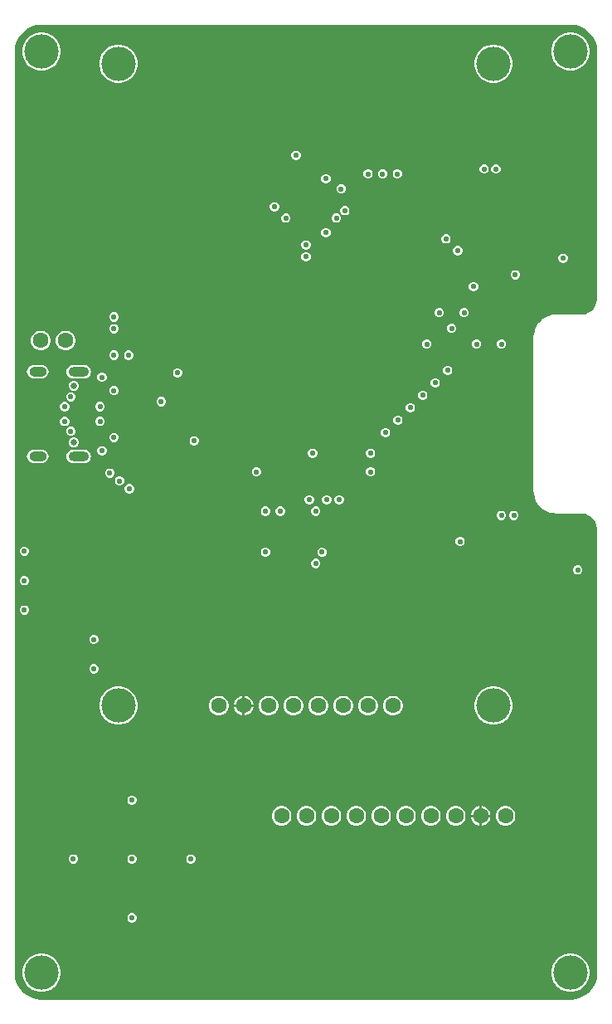
<source format=gbr>
%TF.GenerationSoftware,Altium Limited,Altium Designer,22.10.1 (41)*%
G04 Layer_Physical_Order=2*
G04 Layer_Color=204*
%FSLAX45Y45*%
%MOMM*%
%TF.SameCoordinates,E44625A2-F068-4864-A6FA-01B12190F87A*%
%TF.FilePolarity,Positive*%
%TF.FileFunction,Copper,L2,Inr,Signal*%
%TF.Part,Single*%
G01*
G75*
%TA.AperFunction,ComponentPad*%
%ADD33C,3.50000*%
%ADD34C,1.60000*%
%ADD35O,1.80000X1.00000*%
%ADD36O,2.10000X1.00000*%
%ADD37C,0.65000*%
%TA.AperFunction,ViaPad*%
%ADD38C,0.55000*%
%ADD39C,0.50000*%
G36*
X5717993Y9974511D02*
X5753668Y9969815D01*
X5788429Y9960501D01*
X5821674Y9946730D01*
X5852838Y9928738D01*
X5881387Y9906832D01*
X5906833Y9881385D01*
X5928738Y9852838D01*
X5946730Y9821675D01*
X5960501Y9788428D01*
X5969815Y9753671D01*
X5974512Y9717993D01*
Y9700000D01*
X5974513Y7187500D01*
Y7170312D01*
X5967806Y7136597D01*
X5954651Y7104837D01*
X5935553Y7076254D01*
X5911246Y7051948D01*
X5882663Y7032850D01*
X5850904Y7019695D01*
X5817189Y7012988D01*
X5550000D01*
X5549377Y7012864D01*
X5548749Y7012958D01*
X5529146Y7011994D01*
X5527314Y7011535D01*
X5525424D01*
X5486970Y7003886D01*
X5484651Y7002926D01*
X5482189Y7002436D01*
X5445967Y6987432D01*
X5443880Y6986038D01*
X5441560Y6985077D01*
X5408960Y6963295D01*
X5407186Y6961520D01*
X5405098Y6960125D01*
X5377375Y6932401D01*
X5375980Y6930314D01*
X5374205Y6928539D01*
X5352423Y6895940D01*
X5351462Y6893621D01*
X5350067Y6891533D01*
X5335063Y6855311D01*
X5334574Y6852849D01*
X5333613Y6850529D01*
X5325964Y6812076D01*
Y6810186D01*
X5325505Y6808353D01*
X5324542Y6788750D01*
X5324635Y6788123D01*
X5324511Y6787500D01*
Y5212500D01*
X5324635Y5211877D01*
X5324542Y5211249D01*
X5325505Y5191646D01*
X5325964Y5189814D01*
Y5187924D01*
X5333613Y5149471D01*
X5334574Y5147151D01*
X5335063Y5144689D01*
X5350067Y5108467D01*
X5351462Y5106379D01*
X5352423Y5104060D01*
X5374205Y5071461D01*
X5375980Y5069686D01*
X5377375Y5067598D01*
X5405098Y5039875D01*
X5407186Y5038480D01*
X5408960Y5036705D01*
X5441559Y5014923D01*
X5443879Y5013963D01*
X5445966Y5012568D01*
X5482188Y4997564D01*
X5484650Y4997074D01*
X5486970Y4996113D01*
X5525424Y4988464D01*
X5527314D01*
X5529146Y4988006D01*
X5548749Y4987043D01*
X5549377Y4987136D01*
X5550000Y4987012D01*
X5800000Y4987012D01*
D01*
X5817188Y4987011D01*
X5850903Y4980305D01*
X5882663Y4967149D01*
X5911245Y4948052D01*
X5935551Y4923745D01*
X5954650Y4895161D01*
X5967805Y4863403D01*
X5974511Y4829687D01*
X5974511Y4812500D01*
D01*
Y4812500D01*
X5974512Y300000D01*
Y282007D01*
X5969815Y246331D01*
X5960501Y211572D01*
X5946730Y178325D01*
X5928738Y147163D01*
X5906831Y118613D01*
X5881386Y93168D01*
X5852838Y71262D01*
X5821674Y53270D01*
X5788429Y39499D01*
X5753669Y30185D01*
X5717992Y25488D01*
X282008D01*
X246329Y30185D01*
X211572Y39499D01*
X178325Y53270D01*
X147163Y71261D01*
X118613Y93168D01*
X93168Y118613D01*
X71262Y147162D01*
X53270Y178326D01*
X39499Y211571D01*
X30185Y246331D01*
X25488Y282008D01*
Y300000D01*
Y9700000D01*
Y9717991D01*
X30185Y9753671D01*
X39499Y9788427D01*
X53270Y9821675D01*
X71261Y9852837D01*
X93168Y9881386D01*
X118613Y9906832D01*
X147162Y9928738D01*
X178326Y9946730D01*
X211571Y9960501D01*
X246329Y9969814D01*
X282007Y9974512D01*
X5700000D01*
X5717993Y9974511D01*
D02*
G37*
%LPC*%
G36*
X5719206Y9895000D02*
X5680795D01*
X5643121Y9887506D01*
X5607633Y9872806D01*
X5575695Y9851466D01*
X5548534Y9824305D01*
X5527194Y9792367D01*
X5512494Y9756879D01*
X5505000Y9719205D01*
Y9680794D01*
X5512494Y9643120D01*
X5527194Y9607633D01*
X5548534Y9575694D01*
X5575695Y9548533D01*
X5607633Y9527193D01*
X5643121Y9512494D01*
X5680795Y9505000D01*
X5719206D01*
X5756880Y9512494D01*
X5792367Y9527193D01*
X5824306Y9548533D01*
X5851467Y9575694D01*
X5872807Y9607633D01*
X5887506Y9643120D01*
X5895000Y9680794D01*
Y9719205D01*
X5887506Y9756879D01*
X5872807Y9792367D01*
X5851467Y9824305D01*
X5824306Y9851466D01*
X5792367Y9872806D01*
X5756880Y9887506D01*
X5719206Y9895000D01*
D02*
G37*
G36*
X319206D02*
X280794D01*
X243121Y9887506D01*
X207633Y9872806D01*
X175695Y9851466D01*
X148534Y9824305D01*
X127194Y9792367D01*
X112494Y9756879D01*
X105000Y9719205D01*
Y9680794D01*
X112494Y9643120D01*
X127194Y9607633D01*
X148534Y9575694D01*
X175695Y9548533D01*
X207633Y9527193D01*
X243121Y9512494D01*
X280794Y9505000D01*
X319206D01*
X356880Y9512494D01*
X392367Y9527193D01*
X424305Y9548533D01*
X451466Y9575694D01*
X472807Y9607633D01*
X487506Y9643120D01*
X495000Y9680794D01*
Y9719205D01*
X487506Y9756879D01*
X472807Y9792367D01*
X451466Y9824305D01*
X424305Y9851466D01*
X392367Y9872806D01*
X356880Y9887506D01*
X319206Y9895000D01*
D02*
G37*
G36*
X4934206Y9770000D02*
X4895794D01*
X4858121Y9762506D01*
X4822633Y9747807D01*
X4790695Y9726466D01*
X4763534Y9699305D01*
X4742193Y9667367D01*
X4727494Y9631880D01*
X4720000Y9594206D01*
Y9555794D01*
X4727494Y9518121D01*
X4742193Y9482633D01*
X4763534Y9450695D01*
X4790695Y9423534D01*
X4822633Y9402194D01*
X4858121Y9387494D01*
X4895794Y9380000D01*
X4934206D01*
X4971880Y9387494D01*
X5007367Y9402194D01*
X5039305Y9423534D01*
X5066466Y9450695D01*
X5087807Y9482633D01*
X5102506Y9518121D01*
X5110000Y9555794D01*
Y9594206D01*
X5102506Y9631880D01*
X5087807Y9667367D01*
X5066466Y9699305D01*
X5039305Y9726466D01*
X5007367Y9747807D01*
X4971880Y9762506D01*
X4934206Y9770000D01*
D02*
G37*
G36*
X1104206D02*
X1065794D01*
X1028121Y9762506D01*
X992633Y9747807D01*
X960695Y9726466D01*
X933534Y9699305D01*
X912194Y9667367D01*
X897494Y9631880D01*
X890000Y9594206D01*
Y9555794D01*
X897494Y9518121D01*
X912194Y9482633D01*
X933534Y9450695D01*
X960695Y9423534D01*
X992633Y9402194D01*
X1028121Y9387494D01*
X1065794Y9380000D01*
X1104206D01*
X1141880Y9387494D01*
X1177367Y9402194D01*
X1209305Y9423534D01*
X1236466Y9450695D01*
X1257807Y9482633D01*
X1272506Y9518121D01*
X1280000Y9555794D01*
Y9594206D01*
X1272506Y9631880D01*
X1257807Y9667367D01*
X1236466Y9699305D01*
X1209305Y9726466D01*
X1177367Y9747807D01*
X1141880Y9762506D01*
X1104206Y9770000D01*
D02*
G37*
G36*
X2909448Y8687500D02*
X2890552D01*
X2873094Y8680268D01*
X2859732Y8666906D01*
X2852500Y8649448D01*
Y8630552D01*
X2859732Y8613094D01*
X2873094Y8599732D01*
X2890552Y8592500D01*
X2909448D01*
X2926907Y8599732D01*
X2940268Y8613094D01*
X2947500Y8630552D01*
Y8649448D01*
X2940268Y8666906D01*
X2926907Y8680268D01*
X2909448Y8687500D01*
D02*
G37*
G36*
X4949448Y8547500D02*
X4930552D01*
X4913094Y8540268D01*
X4899732Y8526906D01*
X4892500Y8509448D01*
Y8490552D01*
X4899732Y8473094D01*
X4913094Y8459732D01*
X4930552Y8452500D01*
X4949448D01*
X4966906Y8459732D01*
X4980268Y8473094D01*
X4987500Y8490552D01*
Y8509448D01*
X4980268Y8526906D01*
X4966906Y8540268D01*
X4949448Y8547500D01*
D02*
G37*
G36*
X4829448D02*
X4810552D01*
X4793094Y8540268D01*
X4779732Y8526906D01*
X4772500Y8509448D01*
Y8490552D01*
X4779732Y8473094D01*
X4793094Y8459732D01*
X4810552Y8452500D01*
X4829448D01*
X4846906Y8459732D01*
X4860268Y8473094D01*
X4867500Y8490552D01*
Y8509448D01*
X4860268Y8526906D01*
X4846906Y8540268D01*
X4829448Y8547500D01*
D02*
G37*
G36*
X3943448Y8497500D02*
X3924552D01*
X3907094Y8490269D01*
X3893732Y8476907D01*
X3886500Y8459448D01*
Y8440552D01*
X3893732Y8423094D01*
X3907094Y8409732D01*
X3924552Y8402500D01*
X3943448D01*
X3960906Y8409732D01*
X3974268Y8423094D01*
X3981500Y8440552D01*
Y8459448D01*
X3974268Y8476907D01*
X3960906Y8490269D01*
X3943448Y8497500D01*
D02*
G37*
G36*
X3793448D02*
X3774552D01*
X3757094Y8490269D01*
X3743732Y8476907D01*
X3736500Y8459448D01*
Y8440552D01*
X3743732Y8423094D01*
X3757094Y8409732D01*
X3774552Y8402500D01*
X3793448D01*
X3810907Y8409732D01*
X3824268Y8423094D01*
X3831500Y8440552D01*
Y8459448D01*
X3824268Y8476907D01*
X3810907Y8490269D01*
X3793448Y8497500D01*
D02*
G37*
G36*
X3643448D02*
X3624552D01*
X3607094Y8490269D01*
X3593732Y8476907D01*
X3586500Y8459448D01*
Y8440552D01*
X3593732Y8423094D01*
X3607094Y8409732D01*
X3624552Y8402500D01*
X3643448D01*
X3660907Y8409732D01*
X3674268Y8423094D01*
X3681500Y8440552D01*
Y8459448D01*
X3674268Y8476907D01*
X3660907Y8490269D01*
X3643448Y8497500D01*
D02*
G37*
G36*
X3214448Y8447500D02*
X3195552D01*
X3178094Y8440269D01*
X3164732Y8426907D01*
X3157500Y8409449D01*
Y8390552D01*
X3164732Y8373094D01*
X3178094Y8359732D01*
X3195552Y8352501D01*
X3214448D01*
X3231907Y8359732D01*
X3245269Y8373094D01*
X3252500Y8390552D01*
Y8409449D01*
X3245269Y8426907D01*
X3231907Y8440269D01*
X3214448Y8447500D01*
D02*
G37*
G36*
X3369448Y8345000D02*
X3350552D01*
X3333093Y8337768D01*
X3319731Y8324407D01*
X3312500Y8306948D01*
Y8288052D01*
X3319731Y8270594D01*
X3333093Y8257232D01*
X3350552Y8250000D01*
X3369448D01*
X3386906Y8257232D01*
X3400268Y8270594D01*
X3407500Y8288052D01*
Y8306948D01*
X3400268Y8324407D01*
X3386906Y8337768D01*
X3369448Y8345000D01*
D02*
G37*
G36*
X2689448Y8162500D02*
X2670552D01*
X2653093Y8155268D01*
X2639732Y8141907D01*
X2632500Y8124448D01*
Y8105552D01*
X2639732Y8088094D01*
X2653093Y8074732D01*
X2670552Y8067500D01*
X2689448D01*
X2706906Y8074732D01*
X2720268Y8088094D01*
X2727500Y8105552D01*
Y8124448D01*
X2720268Y8141907D01*
X2706906Y8155268D01*
X2689448Y8162500D01*
D02*
G37*
G36*
X3406948Y8122500D02*
X3388052D01*
X3370593Y8115269D01*
X3357232Y8101907D01*
X3350000Y8084448D01*
Y8065552D01*
X3357232Y8048094D01*
X3370593Y8034732D01*
X3388052Y8027500D01*
X3406948D01*
X3424406Y8034732D01*
X3437768Y8048094D01*
X3445000Y8065552D01*
Y8084448D01*
X3437768Y8101907D01*
X3424406Y8115269D01*
X3406948Y8122500D01*
D02*
G37*
G36*
X3319448Y8047500D02*
X3300552D01*
X3283094Y8040268D01*
X3269732Y8026906D01*
X3262500Y8009448D01*
Y7990552D01*
X3269732Y7973094D01*
X3283094Y7959732D01*
X3300552Y7952500D01*
X3319448D01*
X3336906Y7959732D01*
X3350268Y7973094D01*
X3357500Y7990552D01*
Y8009448D01*
X3350268Y8026906D01*
X3336906Y8040268D01*
X3319448Y8047500D01*
D02*
G37*
G36*
X2804448Y8047500D02*
X2785552D01*
X2768094Y8040268D01*
X2754732Y8026906D01*
X2747500Y8009448D01*
Y7990551D01*
X2754732Y7973093D01*
X2768094Y7959731D01*
X2785552Y7952500D01*
X2804448D01*
X2821906Y7959731D01*
X2835268Y7973093D01*
X2842500Y7990551D01*
Y8009448D01*
X2835268Y8026906D01*
X2821906Y8040268D01*
X2804448Y8047500D01*
D02*
G37*
G36*
X3214448Y7897500D02*
X3195552D01*
X3178094Y7890268D01*
X3164732Y7876907D01*
X3157500Y7859448D01*
Y7840552D01*
X3164732Y7823094D01*
X3178094Y7809732D01*
X3195552Y7802500D01*
X3214448D01*
X3231907Y7809732D01*
X3245269Y7823094D01*
X3252500Y7840552D01*
Y7859448D01*
X3245269Y7876907D01*
X3231907Y7890268D01*
X3214448Y7897500D01*
D02*
G37*
G36*
X4439448Y7835000D02*
X4420552D01*
X4403094Y7827769D01*
X4389732Y7814407D01*
X4382500Y7796949D01*
Y7778052D01*
X4389732Y7760594D01*
X4403094Y7747232D01*
X4420552Y7740001D01*
X4439448D01*
X4456907Y7747232D01*
X4470268Y7760594D01*
X4477500Y7778052D01*
Y7796949D01*
X4470268Y7814407D01*
X4456907Y7827769D01*
X4439448Y7835000D01*
D02*
G37*
G36*
X3009448Y7772500D02*
X2990552D01*
X2973094Y7765268D01*
X2959732Y7751907D01*
X2952500Y7734448D01*
Y7715552D01*
X2959732Y7698094D01*
X2973094Y7684732D01*
X2990552Y7677500D01*
X3009448D01*
X3026907Y7684732D01*
X3040268Y7698094D01*
X3047500Y7715552D01*
Y7734448D01*
X3040268Y7751907D01*
X3026907Y7765268D01*
X3009448Y7772500D01*
D02*
G37*
G36*
X4559448Y7715000D02*
X4540552D01*
X4523094Y7707769D01*
X4509732Y7694407D01*
X4502500Y7676949D01*
Y7658052D01*
X4509732Y7640594D01*
X4523094Y7627232D01*
X4540552Y7620001D01*
X4559448D01*
X4576907Y7627232D01*
X4590268Y7640594D01*
X4597500Y7658052D01*
Y7676949D01*
X4590268Y7694407D01*
X4576907Y7707769D01*
X4559448Y7715000D01*
D02*
G37*
G36*
X3009448Y7652500D02*
X2990552D01*
X2973094Y7645268D01*
X2959732Y7631907D01*
X2952500Y7614448D01*
Y7595552D01*
X2959732Y7578094D01*
X2973094Y7564732D01*
X2990552Y7557500D01*
X3009448D01*
X3026907Y7564732D01*
X3040268Y7578094D01*
X3047500Y7595552D01*
Y7614448D01*
X3040268Y7631907D01*
X3026907Y7645268D01*
X3009448Y7652500D01*
D02*
G37*
G36*
X5634448Y7637500D02*
X5615552D01*
X5598093Y7630268D01*
X5584732Y7616907D01*
X5577500Y7599448D01*
Y7580552D01*
X5584732Y7563094D01*
X5598093Y7549732D01*
X5615552Y7542500D01*
X5634448D01*
X5651906Y7549732D01*
X5665268Y7563094D01*
X5672500Y7580552D01*
Y7599448D01*
X5665268Y7616907D01*
X5651906Y7630268D01*
X5634448Y7637500D01*
D02*
G37*
G36*
X5147448Y7467500D02*
X5128552D01*
X5111093Y7460268D01*
X5097731Y7446906D01*
X5090500Y7429448D01*
Y7410552D01*
X5097731Y7393093D01*
X5111093Y7379731D01*
X5128552Y7372500D01*
X5147448D01*
X5164906Y7379731D01*
X5178268Y7393093D01*
X5185500Y7410552D01*
Y7429448D01*
X5178268Y7446906D01*
X5164906Y7460268D01*
X5147448Y7467500D01*
D02*
G37*
G36*
X4720448Y7347500D02*
X4701552D01*
X4684094Y7340268D01*
X4670732Y7326906D01*
X4663500Y7309448D01*
Y7290552D01*
X4670732Y7273093D01*
X4684094Y7259731D01*
X4701552Y7252500D01*
X4720448D01*
X4737906Y7259731D01*
X4751268Y7273093D01*
X4758500Y7290552D01*
Y7309448D01*
X4751268Y7326906D01*
X4737906Y7340268D01*
X4720448Y7347500D01*
D02*
G37*
G36*
X4624448Y7082500D02*
X4605552D01*
X4588093Y7075268D01*
X4574732Y7061906D01*
X4567500Y7044448D01*
Y7025552D01*
X4574732Y7008093D01*
X4588093Y6994732D01*
X4605552Y6987500D01*
X4624448D01*
X4641906Y6994732D01*
X4655268Y7008093D01*
X4662500Y7025552D01*
Y7044448D01*
X4655268Y7061906D01*
X4641906Y7075268D01*
X4624448Y7082500D01*
D02*
G37*
G36*
X4370448D02*
X4351552D01*
X4334093Y7075268D01*
X4320732Y7061906D01*
X4313500Y7044448D01*
Y7025552D01*
X4320732Y7008093D01*
X4334093Y6994732D01*
X4351552Y6987500D01*
X4370448D01*
X4387906Y6994732D01*
X4401268Y7008093D01*
X4408500Y7025552D01*
Y7044448D01*
X4401268Y7061906D01*
X4387906Y7075268D01*
X4370448Y7082500D01*
D02*
G37*
G36*
X1049448Y7037500D02*
X1030552D01*
X1013093Y7030268D01*
X999732Y7016906D01*
X992500Y6999448D01*
Y6980552D01*
X999732Y6963094D01*
X1013093Y6949732D01*
X1030552Y6942500D01*
X1049448D01*
X1066906Y6949732D01*
X1080268Y6963094D01*
X1087500Y6980552D01*
Y6999448D01*
X1080268Y7016906D01*
X1066906Y7030268D01*
X1049448Y7037500D01*
D02*
G37*
G36*
X4497448Y6922500D02*
X4478552D01*
X4461093Y6915268D01*
X4447732Y6901906D01*
X4440500Y6884448D01*
Y6865552D01*
X4447732Y6848093D01*
X4461093Y6834732D01*
X4478552Y6827500D01*
X4497448D01*
X4514906Y6834732D01*
X4528268Y6848093D01*
X4535500Y6865552D01*
Y6884448D01*
X4528268Y6901906D01*
X4514906Y6915268D01*
X4497448Y6922500D01*
D02*
G37*
G36*
X1049448Y6917500D02*
X1030552D01*
X1013093Y6910268D01*
X999732Y6896906D01*
X992500Y6879448D01*
Y6860552D01*
X999732Y6843094D01*
X1013093Y6829732D01*
X1030552Y6822500D01*
X1049448D01*
X1066906Y6829732D01*
X1080268Y6843094D01*
X1087500Y6860552D01*
Y6879448D01*
X1080268Y6896906D01*
X1066906Y6910268D01*
X1049448Y6917500D01*
D02*
G37*
G36*
X5005448Y6762500D02*
X4986552D01*
X4969093Y6755268D01*
X4955732Y6741907D01*
X4948500Y6724448D01*
Y6705552D01*
X4955732Y6688094D01*
X4969093Y6674732D01*
X4986552Y6667500D01*
X5005448D01*
X5022906Y6674732D01*
X5036268Y6688094D01*
X5043500Y6705552D01*
Y6724448D01*
X5036268Y6741907D01*
X5022906Y6755268D01*
X5005448Y6762500D01*
D02*
G37*
G36*
X4751448D02*
X4732552D01*
X4715093Y6755268D01*
X4701732Y6741907D01*
X4694500Y6724448D01*
Y6705552D01*
X4701732Y6688094D01*
X4715093Y6674732D01*
X4732552Y6667500D01*
X4751448D01*
X4768906Y6674732D01*
X4782268Y6688094D01*
X4789500Y6705552D01*
Y6724448D01*
X4782268Y6741907D01*
X4768906Y6755268D01*
X4751448Y6762500D01*
D02*
G37*
G36*
X4243448D02*
X4224552D01*
X4207093Y6755268D01*
X4193732Y6741907D01*
X4186500Y6724448D01*
Y6705552D01*
X4193732Y6688094D01*
X4207093Y6674732D01*
X4224552Y6667500D01*
X4243448D01*
X4260906Y6674732D01*
X4274268Y6688094D01*
X4281500Y6705552D01*
Y6724448D01*
X4274268Y6741907D01*
X4260906Y6755268D01*
X4243448Y6762500D01*
D02*
G37*
G36*
X560165Y6850000D02*
X533835D01*
X508402Y6843185D01*
X485599Y6830020D01*
X466980Y6811401D01*
X453815Y6788598D01*
X447000Y6763165D01*
Y6736835D01*
X453815Y6711402D01*
X466980Y6688599D01*
X485599Y6669980D01*
X508402Y6656815D01*
X533835Y6650000D01*
X560165D01*
X585598Y6656815D01*
X608401Y6669980D01*
X627020Y6688599D01*
X640185Y6711402D01*
X647000Y6736835D01*
Y6763165D01*
X640185Y6788598D01*
X627020Y6811401D01*
X608401Y6830020D01*
X585598Y6843185D01*
X560165Y6850000D01*
D02*
G37*
G36*
X306165D02*
X279835D01*
X254402Y6843185D01*
X231599Y6830020D01*
X212980Y6811401D01*
X199815Y6788598D01*
X193000Y6763165D01*
Y6736835D01*
X199815Y6711402D01*
X212980Y6688599D01*
X231599Y6669980D01*
X254402Y6656815D01*
X279835Y6650000D01*
X306165D01*
X331598Y6656815D01*
X354401Y6669980D01*
X373020Y6688599D01*
X386185Y6711402D01*
X393000Y6736835D01*
Y6763165D01*
X386185Y6788598D01*
X373020Y6811401D01*
X354401Y6830020D01*
X331598Y6843185D01*
X306165Y6850000D01*
D02*
G37*
G36*
X1199448Y6647500D02*
X1180552D01*
X1163094Y6640268D01*
X1149732Y6626906D01*
X1142500Y6609448D01*
Y6590552D01*
X1149732Y6573094D01*
X1163094Y6559732D01*
X1180552Y6552500D01*
X1199448D01*
X1216907Y6559732D01*
X1230269Y6573094D01*
X1237500Y6590552D01*
Y6609448D01*
X1230269Y6626906D01*
X1216907Y6640268D01*
X1199448Y6647500D01*
D02*
G37*
G36*
X1049448D02*
X1030552D01*
X1013093Y6640268D01*
X999732Y6626906D01*
X992500Y6609448D01*
Y6590552D01*
X999732Y6573094D01*
X1013093Y6559732D01*
X1030552Y6552500D01*
X1049448D01*
X1066906Y6559732D01*
X1080268Y6573094D01*
X1087500Y6590552D01*
Y6609448D01*
X1080268Y6626906D01*
X1066906Y6640268D01*
X1049448Y6647500D01*
D02*
G37*
G36*
X4456948Y6492500D02*
X4438052D01*
X4420594Y6485268D01*
X4407232Y6471907D01*
X4400000Y6454448D01*
Y6435552D01*
X4407232Y6418094D01*
X4420594Y6404732D01*
X4438052Y6397500D01*
X4456948D01*
X4474407Y6404732D01*
X4487769Y6418094D01*
X4495000Y6435552D01*
Y6454448D01*
X4487769Y6471907D01*
X4474407Y6485268D01*
X4456948Y6492500D01*
D02*
G37*
G36*
X1699448Y6467500D02*
X1680552D01*
X1663093Y6460269D01*
X1649732Y6446907D01*
X1642500Y6429448D01*
Y6410552D01*
X1649732Y6393094D01*
X1663093Y6379732D01*
X1680552Y6372500D01*
X1699448D01*
X1716906Y6379732D01*
X1730268Y6393094D01*
X1737500Y6410552D01*
Y6429448D01*
X1730268Y6446907D01*
X1716906Y6460269D01*
X1699448Y6467500D01*
D02*
G37*
G36*
X735250Y6502603D02*
X625250D01*
X606976Y6500198D01*
X589948Y6493144D01*
X575325Y6481924D01*
X564105Y6467302D01*
X557052Y6450273D01*
X554646Y6432000D01*
X557052Y6413726D01*
X564105Y6396698D01*
X575325Y6382075D01*
X589948Y6370855D01*
X606976Y6363802D01*
X625250Y6361396D01*
X735250D01*
X753524Y6363802D01*
X770552Y6370855D01*
X785175Y6382075D01*
X796395Y6396698D01*
X803448Y6413726D01*
X805854Y6432000D01*
X803448Y6450273D01*
X796395Y6467302D01*
X785175Y6481924D01*
X770552Y6493144D01*
X753524Y6500198D01*
X735250Y6502603D01*
D02*
G37*
G36*
X302250D02*
X222250D01*
X203977Y6500198D01*
X186948Y6493144D01*
X172326Y6481924D01*
X161106Y6467302D01*
X154052Y6450273D01*
X151646Y6432000D01*
X154052Y6413726D01*
X161106Y6396698D01*
X172326Y6382075D01*
X186948Y6370855D01*
X203977Y6363802D01*
X222250Y6361396D01*
X302250D01*
X320524Y6363802D01*
X337552Y6370855D01*
X352175Y6382075D01*
X363395Y6396698D01*
X370448Y6413726D01*
X372854Y6432000D01*
X370448Y6450273D01*
X363395Y6467302D01*
X352175Y6481924D01*
X337552Y6493144D01*
X320524Y6500198D01*
X302250Y6502603D01*
D02*
G37*
G36*
X926948Y6422500D02*
X908052D01*
X890594Y6415268D01*
X877232Y6401906D01*
X870000Y6384448D01*
Y6365552D01*
X877232Y6348093D01*
X890594Y6334732D01*
X908052Y6327500D01*
X926948D01*
X944407Y6334732D01*
X957768Y6348093D01*
X965000Y6365552D01*
Y6384448D01*
X957768Y6401906D01*
X944407Y6415268D01*
X926948Y6422500D01*
D02*
G37*
G36*
X4329948Y6365000D02*
X4311052D01*
X4293593Y6357768D01*
X4280231Y6344406D01*
X4273000Y6326948D01*
Y6308052D01*
X4280231Y6290593D01*
X4293593Y6277232D01*
X4311052Y6270000D01*
X4329948D01*
X4347406Y6277232D01*
X4360768Y6290593D01*
X4368000Y6308052D01*
Y6326948D01*
X4360768Y6344406D01*
X4347406Y6357768D01*
X4329948Y6365000D01*
D02*
G37*
G36*
X640693Y6341500D02*
X619807D01*
X600511Y6333507D01*
X585743Y6318738D01*
X577750Y6299443D01*
Y6278557D01*
X585743Y6259261D01*
X600511Y6244492D01*
X619807Y6236500D01*
X640693D01*
X659989Y6244492D01*
X674758Y6259261D01*
X682750Y6278557D01*
Y6299443D01*
X674758Y6318738D01*
X659989Y6333507D01*
X640693Y6341500D01*
D02*
G37*
G36*
X1049448Y6287499D02*
X1030552D01*
X1013093Y6280268D01*
X999732Y6266906D01*
X992500Y6249448D01*
Y6230551D01*
X999732Y6213093D01*
X1013093Y6199731D01*
X1030552Y6192500D01*
X1049448D01*
X1066906Y6199731D01*
X1080268Y6213093D01*
X1087500Y6230551D01*
Y6249448D01*
X1080268Y6266906D01*
X1066906Y6280268D01*
X1049448Y6287499D01*
D02*
G37*
G36*
X4202948Y6238000D02*
X4184052D01*
X4166593Y6230768D01*
X4153231Y6217406D01*
X4146000Y6199948D01*
Y6181052D01*
X4153231Y6163593D01*
X4166593Y6150232D01*
X4184052Y6143000D01*
X4202948D01*
X4220406Y6150232D01*
X4233768Y6163593D01*
X4241000Y6181052D01*
Y6199948D01*
X4233768Y6217406D01*
X4220406Y6230768D01*
X4202948Y6238000D01*
D02*
G37*
G36*
X609448Y6222500D02*
X590552D01*
X573094Y6215268D01*
X559732Y6201907D01*
X552500Y6184448D01*
Y6165552D01*
X559732Y6148094D01*
X573094Y6134732D01*
X590552Y6127500D01*
X609448D01*
X626907Y6134732D01*
X640268Y6148094D01*
X647500Y6165552D01*
Y6184448D01*
X640268Y6201907D01*
X626907Y6215268D01*
X609448Y6222500D01*
D02*
G37*
G36*
X1531948Y6175000D02*
X1513052D01*
X1495593Y6167768D01*
X1482231Y6154407D01*
X1475000Y6136948D01*
Y6118052D01*
X1482231Y6100594D01*
X1495593Y6087232D01*
X1513052Y6080000D01*
X1531948D01*
X1549406Y6087232D01*
X1562768Y6100594D01*
X1570000Y6118052D01*
Y6136948D01*
X1562768Y6154407D01*
X1549406Y6167768D01*
X1531948Y6175000D01*
D02*
G37*
G36*
X907248Y6122500D02*
X888352D01*
X870894Y6115268D01*
X857532Y6101907D01*
X850300Y6084448D01*
Y6065552D01*
X857532Y6048094D01*
X870894Y6034732D01*
X888352Y6027500D01*
X907248D01*
X924707Y6034732D01*
X938068Y6048094D01*
X945300Y6065552D01*
Y6084448D01*
X938068Y6101907D01*
X924707Y6115268D01*
X907248Y6122500D01*
D02*
G37*
G36*
X547148Y6122500D02*
X528252D01*
X510793Y6115268D01*
X497432Y6101906D01*
X490200Y6084448D01*
Y6065551D01*
X497432Y6048093D01*
X510793Y6034731D01*
X528252Y6027500D01*
X547148D01*
X564606Y6034731D01*
X577968Y6048093D01*
X585200Y6065551D01*
Y6084448D01*
X577968Y6101906D01*
X564606Y6115268D01*
X547148Y6122500D01*
D02*
G37*
G36*
X4075948Y6111000D02*
X4057052D01*
X4039594Y6103768D01*
X4026232Y6090406D01*
X4019000Y6072948D01*
Y6054052D01*
X4026232Y6036593D01*
X4039594Y6023232D01*
X4057052Y6016000D01*
X4075948D01*
X4093407Y6023232D01*
X4106769Y6036593D01*
X4114000Y6054052D01*
Y6072948D01*
X4106769Y6090406D01*
X4093407Y6103768D01*
X4075948Y6111000D01*
D02*
G37*
G36*
X3948948Y5984000D02*
X3930052D01*
X3912593Y5976768D01*
X3899231Y5963406D01*
X3892000Y5945948D01*
Y5927052D01*
X3899231Y5909593D01*
X3912593Y5896232D01*
X3930052Y5889000D01*
X3948948D01*
X3966406Y5896232D01*
X3979768Y5909593D01*
X3987000Y5927052D01*
Y5945948D01*
X3979768Y5963406D01*
X3966406Y5976768D01*
X3948948Y5984000D01*
D02*
G37*
G36*
X907248Y5972500D02*
X888352D01*
X870894Y5965268D01*
X857532Y5951907D01*
X850300Y5934448D01*
Y5915552D01*
X857532Y5898094D01*
X870894Y5884732D01*
X888352Y5877500D01*
X907248D01*
X924707Y5884732D01*
X938068Y5898094D01*
X945300Y5915552D01*
Y5934448D01*
X938068Y5951907D01*
X924707Y5965268D01*
X907248Y5972500D01*
D02*
G37*
G36*
X547148Y5972499D02*
X528252D01*
X510793Y5965268D01*
X497432Y5951906D01*
X490200Y5934448D01*
Y5915551D01*
X497432Y5898093D01*
X510793Y5884731D01*
X528252Y5877500D01*
X547148D01*
X564606Y5884731D01*
X577968Y5898093D01*
X585200Y5915551D01*
Y5934448D01*
X577968Y5951906D01*
X564606Y5965268D01*
X547148Y5972499D01*
D02*
G37*
G36*
X609448Y5872500D02*
X590552D01*
X573094Y5865268D01*
X559732Y5851907D01*
X552500Y5834448D01*
Y5815552D01*
X559732Y5798094D01*
X573094Y5784732D01*
X590552Y5777500D01*
X609448D01*
X626907Y5784732D01*
X640268Y5798094D01*
X647500Y5815552D01*
Y5834448D01*
X640268Y5851907D01*
X626907Y5865268D01*
X609448Y5872500D01*
D02*
G37*
G36*
X3821948Y5857000D02*
X3803052D01*
X3785594Y5849768D01*
X3772232Y5836406D01*
X3765000Y5818948D01*
Y5800052D01*
X3772232Y5782593D01*
X3785594Y5769232D01*
X3803052Y5762000D01*
X3821948D01*
X3839407Y5769232D01*
X3852769Y5782593D01*
X3860000Y5800052D01*
Y5818948D01*
X3852769Y5836406D01*
X3839407Y5849768D01*
X3821948Y5857000D01*
D02*
G37*
G36*
X1049448Y5807499D02*
X1030552D01*
X1013093Y5800268D01*
X999732Y5786906D01*
X992500Y5769448D01*
Y5750551D01*
X999732Y5733093D01*
X1013093Y5719731D01*
X1030552Y5712500D01*
X1049448D01*
X1066906Y5719731D01*
X1080268Y5733093D01*
X1087500Y5750551D01*
Y5769448D01*
X1080268Y5786906D01*
X1066906Y5800268D01*
X1049448Y5807499D01*
D02*
G37*
G36*
X1869448Y5775200D02*
X1850552D01*
X1833094Y5767968D01*
X1819732Y5754606D01*
X1812500Y5737148D01*
Y5718252D01*
X1819732Y5700794D01*
X1833094Y5687432D01*
X1850552Y5680200D01*
X1869448D01*
X1886907Y5687432D01*
X1900268Y5700794D01*
X1907500Y5718252D01*
Y5737148D01*
X1900268Y5754606D01*
X1886907Y5767968D01*
X1869448Y5775200D01*
D02*
G37*
G36*
X640693Y5763500D02*
X619807D01*
X600511Y5755507D01*
X585743Y5740739D01*
X577750Y5721443D01*
Y5700557D01*
X585743Y5681261D01*
X600511Y5666492D01*
X619807Y5658500D01*
X640693D01*
X659989Y5666492D01*
X674758Y5681261D01*
X682750Y5700557D01*
Y5721443D01*
X674758Y5740739D01*
X659989Y5755507D01*
X640693Y5763500D01*
D02*
G37*
G36*
X926948Y5672500D02*
X908052D01*
X890594Y5665268D01*
X877232Y5651906D01*
X870000Y5634448D01*
Y5615552D01*
X877232Y5598093D01*
X890594Y5584732D01*
X908052Y5577500D01*
X926948D01*
X944407Y5584732D01*
X957768Y5598093D01*
X965000Y5615552D01*
Y5634448D01*
X957768Y5651906D01*
X944407Y5665268D01*
X926948Y5672500D01*
D02*
G37*
G36*
X3669448Y5648200D02*
X3650552D01*
X3633094Y5640968D01*
X3619732Y5627606D01*
X3612500Y5610148D01*
Y5591252D01*
X3619732Y5573794D01*
X3633094Y5560432D01*
X3650552Y5553200D01*
X3669448D01*
X3686907Y5560432D01*
X3700268Y5573794D01*
X3707500Y5591252D01*
Y5610148D01*
X3700268Y5627606D01*
X3686907Y5640968D01*
X3669448Y5648200D01*
D02*
G37*
G36*
X3078968D02*
X3060072D01*
X3042613Y5640968D01*
X3029251Y5627606D01*
X3022020Y5610148D01*
Y5591252D01*
X3029251Y5573794D01*
X3042613Y5560432D01*
X3060072Y5553200D01*
X3078968D01*
X3096426Y5560432D01*
X3109788Y5573794D01*
X3117020Y5591252D01*
Y5610148D01*
X3109788Y5627606D01*
X3096426Y5640968D01*
X3078968Y5648200D01*
D02*
G37*
G36*
X735250Y5638604D02*
X625250D01*
X606976Y5636198D01*
X589948Y5629144D01*
X575325Y5617924D01*
X564105Y5603302D01*
X557052Y5586273D01*
X554646Y5568000D01*
X557052Y5549726D01*
X564105Y5532698D01*
X575325Y5518075D01*
X589948Y5506855D01*
X606976Y5499802D01*
X625250Y5497396D01*
X735250D01*
X753524Y5499802D01*
X770552Y5506855D01*
X785175Y5518075D01*
X796395Y5532698D01*
X803448Y5549726D01*
X805854Y5568000D01*
X803448Y5586273D01*
X796395Y5603302D01*
X785175Y5617924D01*
X770552Y5629144D01*
X753524Y5636198D01*
X735250Y5638604D01*
D02*
G37*
G36*
X302250D02*
X222250D01*
X203977Y5636198D01*
X186948Y5629144D01*
X172326Y5617924D01*
X161106Y5603302D01*
X154052Y5586273D01*
X151646Y5568000D01*
X154052Y5549726D01*
X161106Y5532698D01*
X172326Y5518075D01*
X186948Y5506855D01*
X203977Y5499802D01*
X222250Y5497396D01*
X302250D01*
X320524Y5499802D01*
X337552Y5506855D01*
X352175Y5518075D01*
X363395Y5532698D01*
X370448Y5549726D01*
X372854Y5568000D01*
X370448Y5586273D01*
X363395Y5603302D01*
X352175Y5617924D01*
X337552Y5629144D01*
X320524Y5636198D01*
X302250Y5638604D01*
D02*
G37*
G36*
X3669448Y5457700D02*
X3650552D01*
X3633094Y5450468D01*
X3619732Y5437106D01*
X3612500Y5419648D01*
Y5400752D01*
X3619732Y5383294D01*
X3633094Y5369932D01*
X3650552Y5362700D01*
X3669448D01*
X3686907Y5369932D01*
X3700268Y5383294D01*
X3707500Y5400752D01*
Y5419648D01*
X3700268Y5437106D01*
X3686907Y5450468D01*
X3669448Y5457700D01*
D02*
G37*
G36*
X2504928D02*
X2486032D01*
X2468573Y5450468D01*
X2455211Y5437106D01*
X2447980Y5419648D01*
Y5400752D01*
X2455211Y5383294D01*
X2468573Y5369932D01*
X2486032Y5362700D01*
X2504928D01*
X2522386Y5369932D01*
X2535748Y5383294D01*
X2542980Y5400752D01*
Y5419648D01*
X2535748Y5437106D01*
X2522386Y5450468D01*
X2504928Y5457700D01*
D02*
G37*
G36*
X1006948Y5445000D02*
X988052D01*
X970593Y5437768D01*
X957232Y5424406D01*
X950000Y5406948D01*
Y5388052D01*
X957232Y5370594D01*
X970593Y5357232D01*
X988052Y5350000D01*
X1006948D01*
X1024406Y5357232D01*
X1037768Y5370594D01*
X1045000Y5388052D01*
Y5406948D01*
X1037768Y5424406D01*
X1024406Y5437768D01*
X1006948Y5445000D01*
D02*
G37*
G36*
X1106948Y5365000D02*
X1088052D01*
X1070593Y5357768D01*
X1057232Y5344406D01*
X1050000Y5326948D01*
Y5308052D01*
X1057232Y5290593D01*
X1070593Y5277232D01*
X1088052Y5270000D01*
X1106948D01*
X1124406Y5277232D01*
X1137768Y5290593D01*
X1145000Y5308052D01*
Y5326948D01*
X1137768Y5344406D01*
X1124406Y5357768D01*
X1106948Y5365000D01*
D02*
G37*
G36*
X1206948Y5285000D02*
X1188052D01*
X1170594Y5277768D01*
X1157232Y5264407D01*
X1150000Y5246948D01*
Y5228052D01*
X1157232Y5210594D01*
X1170594Y5197232D01*
X1188052Y5190000D01*
X1206948D01*
X1224406Y5197232D01*
X1237768Y5210594D01*
X1245000Y5228052D01*
Y5246948D01*
X1237768Y5264407D01*
X1224406Y5277768D01*
X1206948Y5285000D01*
D02*
G37*
G36*
X3349448Y5172500D02*
X3330552D01*
X3313093Y5165268D01*
X3299732Y5151906D01*
X3292500Y5134448D01*
Y5115552D01*
X3299732Y5098093D01*
X3313093Y5084732D01*
X3330552Y5077500D01*
X3349448D01*
X3366906Y5084732D01*
X3380268Y5098093D01*
X3387500Y5115552D01*
Y5134448D01*
X3380268Y5151906D01*
X3366906Y5165268D01*
X3349448Y5172500D01*
D02*
G37*
G36*
X3222448D02*
X3203552D01*
X3186093Y5165268D01*
X3172732Y5151906D01*
X3165500Y5134448D01*
Y5115552D01*
X3172732Y5098093D01*
X3186093Y5084732D01*
X3203552Y5077500D01*
X3222448D01*
X3239906Y5084732D01*
X3253268Y5098093D01*
X3260500Y5115552D01*
Y5134448D01*
X3253268Y5151906D01*
X3239906Y5165268D01*
X3222448Y5172500D01*
D02*
G37*
G36*
X3044448D02*
X3025551D01*
X3008093Y5165268D01*
X2994731Y5151906D01*
X2987500Y5134448D01*
Y5115552D01*
X2994731Y5098093D01*
X3008093Y5084732D01*
X3025551Y5077500D01*
X3044448D01*
X3061906Y5084732D01*
X3075268Y5098093D01*
X3082500Y5115552D01*
Y5134448D01*
X3075268Y5151906D01*
X3061906Y5165268D01*
X3044448Y5172500D01*
D02*
G37*
G36*
X3109448Y5057500D02*
X3090552D01*
X3073093Y5050268D01*
X3059731Y5036906D01*
X3052500Y5019448D01*
Y5000552D01*
X3059731Y4983093D01*
X3073093Y4969731D01*
X3090552Y4962500D01*
X3109448D01*
X3126906Y4969731D01*
X3140268Y4983093D01*
X3147500Y5000552D01*
Y5019448D01*
X3140268Y5036906D01*
X3126906Y5050268D01*
X3109448Y5057500D01*
D02*
G37*
G36*
X2746948D02*
X2728052D01*
X2710594Y5050268D01*
X2697232Y5036906D01*
X2690000Y5019448D01*
Y5000552D01*
X2697232Y4983093D01*
X2710594Y4969731D01*
X2728052Y4962500D01*
X2746948D01*
X2764406Y4969731D01*
X2777768Y4983093D01*
X2785000Y5000552D01*
Y5019448D01*
X2777768Y5036906D01*
X2764406Y5050268D01*
X2746948Y5057500D01*
D02*
G37*
G36*
X2596948D02*
X2578052D01*
X2560594Y5050268D01*
X2547232Y5036906D01*
X2540000Y5019448D01*
Y5000552D01*
X2547232Y4983093D01*
X2560594Y4969731D01*
X2578052Y4962500D01*
X2596948D01*
X2614407Y4969731D01*
X2627768Y4983093D01*
X2635000Y5000552D01*
Y5019448D01*
X2627768Y5036906D01*
X2614407Y5050268D01*
X2596948Y5057500D01*
D02*
G37*
G36*
X5132448Y5012500D02*
X5113552D01*
X5096093Y5005268D01*
X5082732Y4991906D01*
X5075500Y4974448D01*
Y4955552D01*
X5082732Y4938094D01*
X5096093Y4924732D01*
X5113552Y4917500D01*
X5132448D01*
X5149906Y4924732D01*
X5163268Y4938094D01*
X5170500Y4955552D01*
Y4974448D01*
X5163268Y4991906D01*
X5149906Y5005268D01*
X5132448Y5012500D01*
D02*
G37*
G36*
X5005448D02*
X4986552D01*
X4969093Y5005268D01*
X4955732Y4991906D01*
X4948500Y4974448D01*
Y4955552D01*
X4955732Y4938094D01*
X4969093Y4924732D01*
X4986552Y4917500D01*
X5005448D01*
X5022906Y4924732D01*
X5036268Y4938094D01*
X5043500Y4955552D01*
Y4974448D01*
X5036268Y4991906D01*
X5022906Y5005268D01*
X5005448Y5012500D01*
D02*
G37*
G36*
X4583948Y4747500D02*
X4565052D01*
X4547594Y4740268D01*
X4534232Y4726906D01*
X4527000Y4709448D01*
Y4690552D01*
X4534232Y4673094D01*
X4547594Y4659732D01*
X4565052Y4652500D01*
X4583948D01*
X4601407Y4659732D01*
X4614769Y4673094D01*
X4622000Y4690552D01*
Y4709448D01*
X4614769Y4726906D01*
X4601407Y4740268D01*
X4583948Y4747500D01*
D02*
G37*
G36*
X134448Y4647500D02*
X115552D01*
X98094Y4640268D01*
X84732Y4626906D01*
X77500Y4609448D01*
Y4590552D01*
X84732Y4573093D01*
X98094Y4559732D01*
X115552Y4552500D01*
X134448D01*
X151906Y4559732D01*
X165268Y4573093D01*
X172500Y4590552D01*
Y4609448D01*
X165268Y4626906D01*
X151906Y4640268D01*
X134448Y4647500D01*
D02*
G37*
G36*
X3174448Y4637500D02*
X3155552D01*
X3138094Y4630268D01*
X3124732Y4616906D01*
X3117500Y4599448D01*
Y4580552D01*
X3124732Y4563093D01*
X3138094Y4549732D01*
X3155552Y4542500D01*
X3174448D01*
X3191906Y4549732D01*
X3205268Y4563093D01*
X3212500Y4580552D01*
Y4599448D01*
X3205268Y4616906D01*
X3191906Y4630268D01*
X3174448Y4637500D01*
D02*
G37*
G36*
X2596948D02*
X2578052D01*
X2560594Y4630268D01*
X2547232Y4616906D01*
X2540000Y4599448D01*
Y4580552D01*
X2547232Y4563093D01*
X2560594Y4549732D01*
X2578052Y4542500D01*
X2596948D01*
X2614407Y4549732D01*
X2627768Y4563093D01*
X2635000Y4580552D01*
Y4599448D01*
X2627768Y4616906D01*
X2614407Y4630268D01*
X2596948Y4637500D01*
D02*
G37*
G36*
X3109448Y4522500D02*
X3090552D01*
X3073093Y4515268D01*
X3059731Y4501906D01*
X3052500Y4484448D01*
Y4465552D01*
X3059731Y4448093D01*
X3073093Y4434732D01*
X3090552Y4427500D01*
X3109448D01*
X3126906Y4434732D01*
X3140268Y4448093D01*
X3147500Y4465552D01*
Y4484448D01*
X3140268Y4501906D01*
X3126906Y4515268D01*
X3109448Y4522500D01*
D02*
G37*
G36*
X5784448Y4457500D02*
X5765552D01*
X5748094Y4450268D01*
X5734732Y4436907D01*
X5727500Y4419448D01*
Y4400552D01*
X5734732Y4383094D01*
X5748094Y4369732D01*
X5765552Y4362500D01*
X5784448D01*
X5801907Y4369732D01*
X5815269Y4383094D01*
X5822500Y4400552D01*
Y4419448D01*
X5815269Y4436907D01*
X5801907Y4450268D01*
X5784448Y4457500D01*
D02*
G37*
G36*
X134448Y4347500D02*
X115552D01*
X98094Y4340268D01*
X84732Y4326907D01*
X77500Y4309448D01*
Y4290552D01*
X84732Y4273094D01*
X98094Y4259732D01*
X115552Y4252500D01*
X134448D01*
X151906Y4259732D01*
X165268Y4273094D01*
X172500Y4290552D01*
Y4309448D01*
X165268Y4326907D01*
X151906Y4340268D01*
X134448Y4347500D01*
D02*
G37*
G36*
Y4047500D02*
X115552D01*
X98094Y4040268D01*
X84732Y4026906D01*
X77500Y4009448D01*
Y3990552D01*
X84732Y3973093D01*
X98094Y3959731D01*
X115552Y3952500D01*
X134448D01*
X151906Y3959731D01*
X165268Y3973093D01*
X172500Y3990552D01*
Y4009448D01*
X165268Y4026906D01*
X151906Y4040268D01*
X134448Y4047500D01*
D02*
G37*
G36*
X845135Y3747500D02*
X826238D01*
X808780Y3740268D01*
X795418Y3726906D01*
X788187Y3709448D01*
Y3690552D01*
X795418Y3673093D01*
X808780Y3659732D01*
X826238Y3652500D01*
X845135D01*
X862593Y3659732D01*
X875955Y3673093D01*
X883186Y3690552D01*
Y3709448D01*
X875955Y3726906D01*
X862593Y3740268D01*
X845135Y3747500D01*
D02*
G37*
G36*
Y3447500D02*
X826238D01*
X808780Y3440268D01*
X795418Y3426907D01*
X788187Y3409448D01*
Y3390552D01*
X795418Y3373094D01*
X808780Y3359732D01*
X826238Y3352500D01*
X845135D01*
X862593Y3359732D01*
X875955Y3373094D01*
X883186Y3390552D01*
Y3409448D01*
X875955Y3426907D01*
X862593Y3440268D01*
X845135Y3447500D01*
D02*
G37*
G36*
X2378165Y3125000D02*
X2377500D01*
Y3037500D01*
X2465000D01*
Y3038165D01*
X2458185Y3063598D01*
X2445020Y3086401D01*
X2426401Y3105020D01*
X2403598Y3118185D01*
X2378165Y3125000D01*
D02*
G37*
G36*
X2352500D02*
X2351835D01*
X2326402Y3118185D01*
X2303599Y3105020D01*
X2284980Y3086401D01*
X2271815Y3063598D01*
X2265000Y3038165D01*
Y3037500D01*
X2352500D01*
Y3125000D01*
D02*
G37*
G36*
X3902165D02*
X3875835D01*
X3850402Y3118185D01*
X3827599Y3105020D01*
X3808980Y3086401D01*
X3795815Y3063598D01*
X3789000Y3038165D01*
Y3011835D01*
X3795815Y2986402D01*
X3808980Y2963599D01*
X3827599Y2944980D01*
X3850402Y2931815D01*
X3875835Y2925000D01*
X3902165D01*
X3927598Y2931815D01*
X3950401Y2944980D01*
X3969020Y2963599D01*
X3982185Y2986402D01*
X3989000Y3011835D01*
Y3038165D01*
X3982185Y3063598D01*
X3969020Y3086401D01*
X3950401Y3105020D01*
X3927598Y3118185D01*
X3902165Y3125000D01*
D02*
G37*
G36*
X3648165D02*
X3621835D01*
X3596402Y3118185D01*
X3573599Y3105020D01*
X3554980Y3086401D01*
X3541815Y3063598D01*
X3535000Y3038165D01*
Y3011835D01*
X3541815Y2986402D01*
X3554980Y2963599D01*
X3573599Y2944980D01*
X3596402Y2931815D01*
X3621835Y2925000D01*
X3648165D01*
X3673598Y2931815D01*
X3696401Y2944980D01*
X3715020Y2963599D01*
X3728185Y2986402D01*
X3735000Y3011835D01*
Y3038165D01*
X3728185Y3063598D01*
X3715020Y3086401D01*
X3696401Y3105020D01*
X3673598Y3118185D01*
X3648165Y3125000D01*
D02*
G37*
G36*
X3394165D02*
X3367835D01*
X3342402Y3118185D01*
X3319599Y3105020D01*
X3300980Y3086401D01*
X3287815Y3063598D01*
X3281000Y3038165D01*
Y3011835D01*
X3287815Y2986402D01*
X3300980Y2963599D01*
X3319599Y2944980D01*
X3342402Y2931815D01*
X3367835Y2925000D01*
X3394165D01*
X3419598Y2931815D01*
X3442401Y2944980D01*
X3461020Y2963599D01*
X3474185Y2986402D01*
X3481000Y3011835D01*
Y3038165D01*
X3474185Y3063598D01*
X3461020Y3086401D01*
X3442401Y3105020D01*
X3419598Y3118185D01*
X3394165Y3125000D01*
D02*
G37*
G36*
X3140165D02*
X3113835D01*
X3088402Y3118185D01*
X3065599Y3105020D01*
X3046980Y3086401D01*
X3033815Y3063598D01*
X3027000Y3038165D01*
Y3011835D01*
X3033815Y2986402D01*
X3046980Y2963599D01*
X3065599Y2944980D01*
X3088402Y2931815D01*
X3113835Y2925000D01*
X3140165D01*
X3165598Y2931815D01*
X3188401Y2944980D01*
X3207020Y2963599D01*
X3220185Y2986402D01*
X3227000Y3011835D01*
Y3038165D01*
X3220185Y3063598D01*
X3207020Y3086401D01*
X3188401Y3105020D01*
X3165598Y3118185D01*
X3140165Y3125000D01*
D02*
G37*
G36*
X2886165D02*
X2859835D01*
X2834402Y3118185D01*
X2811599Y3105020D01*
X2792980Y3086401D01*
X2779815Y3063598D01*
X2773000Y3038165D01*
Y3011835D01*
X2779815Y2986402D01*
X2792980Y2963599D01*
X2811599Y2944980D01*
X2834402Y2931815D01*
X2859835Y2925000D01*
X2886165D01*
X2911598Y2931815D01*
X2934401Y2944980D01*
X2953020Y2963599D01*
X2966185Y2986402D01*
X2973000Y3011835D01*
Y3038165D01*
X2966185Y3063598D01*
X2953020Y3086401D01*
X2934401Y3105020D01*
X2911598Y3118185D01*
X2886165Y3125000D01*
D02*
G37*
G36*
X2632165D02*
X2605835D01*
X2580402Y3118185D01*
X2557599Y3105020D01*
X2538980Y3086401D01*
X2525815Y3063598D01*
X2519000Y3038165D01*
Y3011835D01*
X2525815Y2986402D01*
X2538980Y2963599D01*
X2557599Y2944980D01*
X2580402Y2931815D01*
X2605835Y2925000D01*
X2632165D01*
X2657598Y2931815D01*
X2680401Y2944980D01*
X2699020Y2963599D01*
X2712185Y2986402D01*
X2719000Y3011835D01*
Y3038165D01*
X2712185Y3063598D01*
X2699020Y3086401D01*
X2680401Y3105020D01*
X2657598Y3118185D01*
X2632165Y3125000D01*
D02*
G37*
G36*
X2465000Y3012500D02*
X2377500D01*
Y2925000D01*
X2378165D01*
X2403598Y2931815D01*
X2426401Y2944980D01*
X2445020Y2963599D01*
X2458185Y2986402D01*
X2465000Y3011835D01*
Y3012500D01*
D02*
G37*
G36*
X2352500D02*
X2265000D01*
Y3011835D01*
X2271815Y2986402D01*
X2284980Y2963599D01*
X2303599Y2944980D01*
X2326402Y2931815D01*
X2351835Y2925000D01*
X2352500D01*
Y3012500D01*
D02*
G37*
G36*
X2124165Y3125000D02*
X2097835D01*
X2072402Y3118185D01*
X2049599Y3105020D01*
X2030980Y3086401D01*
X2017815Y3063598D01*
X2011000Y3038165D01*
Y3011835D01*
X2017815Y2986402D01*
X2030980Y2963599D01*
X2049599Y2944980D01*
X2072402Y2931815D01*
X2097835Y2925000D01*
X2124165D01*
X2149598Y2931815D01*
X2172401Y2944980D01*
X2191020Y2963599D01*
X2204185Y2986402D01*
X2211000Y3011835D01*
Y3038165D01*
X2204185Y3063598D01*
X2191020Y3086401D01*
X2172401Y3105020D01*
X2149598Y3118185D01*
X2124165Y3125000D01*
D02*
G37*
G36*
X4934206Y3220000D02*
X4895794D01*
X4858121Y3212506D01*
X4822633Y3197807D01*
X4790695Y3176466D01*
X4763534Y3149305D01*
X4742193Y3117367D01*
X4727494Y3081880D01*
X4720000Y3044206D01*
Y3005794D01*
X4727494Y2968121D01*
X4742193Y2932633D01*
X4763534Y2900695D01*
X4790695Y2873534D01*
X4822633Y2852193D01*
X4858121Y2837494D01*
X4895794Y2830000D01*
X4934206D01*
X4971880Y2837494D01*
X5007367Y2852193D01*
X5039305Y2873534D01*
X5066466Y2900695D01*
X5087807Y2932633D01*
X5102506Y2968121D01*
X5110000Y3005794D01*
Y3044206D01*
X5102506Y3081880D01*
X5087807Y3117367D01*
X5066466Y3149305D01*
X5039305Y3176466D01*
X5007367Y3197807D01*
X4971880Y3212506D01*
X4934206Y3220000D01*
D02*
G37*
G36*
X1104206D02*
X1065794D01*
X1028121Y3212506D01*
X992633Y3197807D01*
X960695Y3176466D01*
X933534Y3149305D01*
X912194Y3117367D01*
X897494Y3081880D01*
X890000Y3044206D01*
Y3005794D01*
X897494Y2968121D01*
X912194Y2932633D01*
X933534Y2900695D01*
X960695Y2873534D01*
X992633Y2852193D01*
X1028121Y2837494D01*
X1065794Y2830000D01*
X1104206D01*
X1141880Y2837494D01*
X1177367Y2852193D01*
X1209305Y2873534D01*
X1236466Y2900695D01*
X1257807Y2932633D01*
X1272506Y2968121D01*
X1280000Y3005794D01*
Y3044206D01*
X1272506Y3081880D01*
X1257807Y3117367D01*
X1236466Y3149305D01*
X1209305Y3176466D01*
X1177367Y3197807D01*
X1141880Y3212506D01*
X1104206Y3220000D01*
D02*
G37*
G36*
X1234448Y2107500D02*
X1215552D01*
X1198093Y2100268D01*
X1184731Y2086906D01*
X1177500Y2069448D01*
Y2050552D01*
X1184731Y2033093D01*
X1198093Y2019732D01*
X1215552Y2012500D01*
X1234448D01*
X1251906Y2019732D01*
X1265268Y2033093D01*
X1272500Y2050552D01*
Y2069448D01*
X1265268Y2086906D01*
X1251906Y2100268D01*
X1234448Y2107500D01*
D02*
G37*
G36*
X4797165Y2000000D02*
X4796500D01*
Y1912501D01*
X4884000D01*
Y1913165D01*
X4877185Y1938598D01*
X4864020Y1961401D01*
X4845401Y1980020D01*
X4822598Y1993185D01*
X4797165Y2000000D01*
D02*
G37*
G36*
X4771500D02*
X4770835D01*
X4745402Y1993185D01*
X4722599Y1980020D01*
X4703980Y1961401D01*
X4690815Y1938598D01*
X4684000Y1913165D01*
Y1912501D01*
X4771500D01*
Y2000000D01*
D02*
G37*
G36*
X5051165D02*
X5024835D01*
X4999402Y1993185D01*
X4976599Y1980020D01*
X4957980Y1961401D01*
X4944815Y1938598D01*
X4938000Y1913165D01*
Y1886835D01*
X4944815Y1861402D01*
X4957980Y1838599D01*
X4976599Y1819980D01*
X4999402Y1806815D01*
X5024835Y1800000D01*
X5051165D01*
X5076598Y1806815D01*
X5099401Y1819980D01*
X5118020Y1838599D01*
X5131185Y1861402D01*
X5138000Y1886835D01*
Y1913165D01*
X5131185Y1938598D01*
X5118020Y1961401D01*
X5099401Y1980020D01*
X5076598Y1993185D01*
X5051165Y2000000D01*
D02*
G37*
G36*
X4884000Y1887501D02*
X4796500D01*
Y1800000D01*
X4797165D01*
X4822598Y1806815D01*
X4845401Y1819980D01*
X4864020Y1838599D01*
X4877185Y1861402D01*
X4884000Y1886835D01*
Y1887501D01*
D02*
G37*
G36*
X4771500D02*
X4684000D01*
Y1886835D01*
X4690815Y1861402D01*
X4703980Y1838599D01*
X4722599Y1819980D01*
X4745402Y1806815D01*
X4770835Y1800000D01*
X4771500D01*
Y1887501D01*
D02*
G37*
G36*
X4543165Y2000000D02*
X4516835D01*
X4491402Y1993185D01*
X4468599Y1980020D01*
X4449980Y1961401D01*
X4436815Y1938598D01*
X4430000Y1913165D01*
Y1886835D01*
X4436815Y1861402D01*
X4449980Y1838599D01*
X4468599Y1819980D01*
X4491402Y1806815D01*
X4516835Y1800000D01*
X4543165D01*
X4568598Y1806815D01*
X4591401Y1819980D01*
X4610020Y1838599D01*
X4623185Y1861402D01*
X4630000Y1886835D01*
Y1913165D01*
X4623185Y1938598D01*
X4610020Y1961401D01*
X4591401Y1980020D01*
X4568598Y1993185D01*
X4543165Y2000000D01*
D02*
G37*
G36*
X4289165D02*
X4262835D01*
X4237402Y1993185D01*
X4214599Y1980020D01*
X4195980Y1961401D01*
X4182815Y1938598D01*
X4176000Y1913165D01*
Y1886835D01*
X4182815Y1861402D01*
X4195980Y1838599D01*
X4214599Y1819980D01*
X4237402Y1806815D01*
X4262835Y1800000D01*
X4289165D01*
X4314598Y1806815D01*
X4337401Y1819980D01*
X4356020Y1838599D01*
X4369185Y1861402D01*
X4376000Y1886835D01*
Y1913165D01*
X4369185Y1938598D01*
X4356020Y1961401D01*
X4337401Y1980020D01*
X4314598Y1993185D01*
X4289165Y2000000D01*
D02*
G37*
G36*
X4035165D02*
X4008835D01*
X3983402Y1993185D01*
X3960599Y1980020D01*
X3941980Y1961401D01*
X3928815Y1938598D01*
X3922000Y1913165D01*
Y1886835D01*
X3928815Y1861402D01*
X3941980Y1838599D01*
X3960599Y1819980D01*
X3983402Y1806815D01*
X4008835Y1800000D01*
X4035165D01*
X4060598Y1806815D01*
X4083401Y1819980D01*
X4102020Y1838599D01*
X4115185Y1861402D01*
X4122000Y1886835D01*
Y1913165D01*
X4115185Y1938598D01*
X4102020Y1961401D01*
X4083401Y1980020D01*
X4060598Y1993185D01*
X4035165Y2000000D01*
D02*
G37*
G36*
X3781165D02*
X3754835D01*
X3729402Y1993185D01*
X3706599Y1980020D01*
X3687980Y1961401D01*
X3674815Y1938598D01*
X3668000Y1913165D01*
Y1886835D01*
X3674815Y1861402D01*
X3687980Y1838599D01*
X3706599Y1819980D01*
X3729402Y1806815D01*
X3754835Y1800000D01*
X3781165D01*
X3806598Y1806815D01*
X3829401Y1819980D01*
X3848020Y1838599D01*
X3861185Y1861402D01*
X3868000Y1886835D01*
Y1913165D01*
X3861185Y1938598D01*
X3848020Y1961401D01*
X3829401Y1980020D01*
X3806598Y1993185D01*
X3781165Y2000000D01*
D02*
G37*
G36*
X3527165D02*
X3500835D01*
X3475402Y1993185D01*
X3452599Y1980020D01*
X3433980Y1961401D01*
X3420815Y1938598D01*
X3414000Y1913165D01*
Y1886835D01*
X3420815Y1861402D01*
X3433980Y1838599D01*
X3452599Y1819980D01*
X3475402Y1806815D01*
X3500835Y1800000D01*
X3527165D01*
X3552598Y1806815D01*
X3575401Y1819980D01*
X3594020Y1838599D01*
X3607185Y1861402D01*
X3614000Y1886835D01*
Y1913165D01*
X3607185Y1938598D01*
X3594020Y1961401D01*
X3575401Y1980020D01*
X3552598Y1993185D01*
X3527165Y2000000D01*
D02*
G37*
G36*
X3273165D02*
X3246835D01*
X3221402Y1993185D01*
X3198599Y1980020D01*
X3179980Y1961401D01*
X3166815Y1938598D01*
X3160000Y1913165D01*
Y1886835D01*
X3166815Y1861402D01*
X3179980Y1838599D01*
X3198599Y1819980D01*
X3221402Y1806815D01*
X3246835Y1800000D01*
X3273165D01*
X3298598Y1806815D01*
X3321401Y1819980D01*
X3340020Y1838599D01*
X3353185Y1861402D01*
X3360000Y1886835D01*
Y1913165D01*
X3353185Y1938598D01*
X3340020Y1961401D01*
X3321401Y1980020D01*
X3298598Y1993185D01*
X3273165Y2000000D01*
D02*
G37*
G36*
X3019165D02*
X2992835D01*
X2967402Y1993185D01*
X2944599Y1980020D01*
X2925980Y1961401D01*
X2912815Y1938598D01*
X2906000Y1913165D01*
Y1886835D01*
X2912815Y1861402D01*
X2925980Y1838599D01*
X2944599Y1819980D01*
X2967402Y1806815D01*
X2992835Y1800000D01*
X3019165D01*
X3044598Y1806815D01*
X3067401Y1819980D01*
X3086020Y1838599D01*
X3099185Y1861402D01*
X3106000Y1886835D01*
Y1913165D01*
X3099185Y1938598D01*
X3086020Y1961401D01*
X3067401Y1980020D01*
X3044598Y1993185D01*
X3019165Y2000000D01*
D02*
G37*
G36*
X2765165D02*
X2738835D01*
X2713402Y1993185D01*
X2690599Y1980020D01*
X2671980Y1961401D01*
X2658815Y1938598D01*
X2652000Y1913165D01*
Y1886835D01*
X2658815Y1861402D01*
X2671980Y1838599D01*
X2690599Y1819980D01*
X2713402Y1806815D01*
X2738835Y1800000D01*
X2765165D01*
X2790598Y1806815D01*
X2813401Y1819980D01*
X2832020Y1838599D01*
X2845185Y1861402D01*
X2852000Y1886835D01*
Y1913165D01*
X2845185Y1938598D01*
X2832020Y1961401D01*
X2813401Y1980020D01*
X2790598Y1993185D01*
X2765165Y2000000D01*
D02*
G37*
G36*
X1834448Y1507500D02*
X1815552D01*
X1798093Y1500268D01*
X1784732Y1486906D01*
X1777500Y1469448D01*
Y1450552D01*
X1784732Y1433093D01*
X1798093Y1419731D01*
X1815552Y1412500D01*
X1834448D01*
X1851906Y1419731D01*
X1865268Y1433093D01*
X1872500Y1450552D01*
Y1469448D01*
X1865268Y1486906D01*
X1851906Y1500268D01*
X1834448Y1507500D01*
D02*
G37*
G36*
X1234448D02*
X1215552D01*
X1198093Y1500268D01*
X1184731Y1486906D01*
X1177500Y1469448D01*
Y1450552D01*
X1184731Y1433093D01*
X1198093Y1419731D01*
X1215552Y1412500D01*
X1234448D01*
X1251906Y1419731D01*
X1265268Y1433093D01*
X1272500Y1450552D01*
Y1469448D01*
X1265268Y1486906D01*
X1251906Y1500268D01*
X1234448Y1507500D01*
D02*
G37*
G36*
X634448D02*
X615552D01*
X598094Y1500268D01*
X584732Y1486906D01*
X577500Y1469448D01*
Y1450552D01*
X584732Y1433093D01*
X598094Y1419731D01*
X615552Y1412500D01*
X634448D01*
X651906Y1419731D01*
X665268Y1433093D01*
X672500Y1450552D01*
Y1469448D01*
X665268Y1486906D01*
X651906Y1500268D01*
X634448Y1507500D01*
D02*
G37*
G36*
X1234448Y907500D02*
X1215552D01*
X1198093Y900268D01*
X1184731Y886907D01*
X1177500Y869448D01*
Y850552D01*
X1184731Y833094D01*
X1198093Y819732D01*
X1215552Y812500D01*
X1234448D01*
X1251906Y819732D01*
X1265268Y833094D01*
X1272500Y850552D01*
Y869448D01*
X1265268Y886907D01*
X1251906Y900268D01*
X1234448Y907500D01*
D02*
G37*
G36*
X5719206Y495000D02*
X5680794D01*
X5643121Y487506D01*
X5607633Y472806D01*
X5575695Y451466D01*
X5548534Y424305D01*
X5527193Y392367D01*
X5512494Y356879D01*
X5505000Y319205D01*
Y280794D01*
X5512494Y243120D01*
X5527193Y207633D01*
X5548534Y175694D01*
X5575695Y148533D01*
X5607633Y127193D01*
X5643121Y112494D01*
X5680794Y105000D01*
X5719206D01*
X5756880Y112494D01*
X5792367Y127193D01*
X5824305Y148533D01*
X5851466Y175694D01*
X5872807Y207633D01*
X5887506Y243120D01*
X5895000Y280794D01*
Y319205D01*
X5887506Y356879D01*
X5872807Y392367D01*
X5851466Y424305D01*
X5824305Y451466D01*
X5792367Y472806D01*
X5756880Y487506D01*
X5719206Y495000D01*
D02*
G37*
G36*
X319206D02*
X280794D01*
X243121Y487506D01*
X207633Y472806D01*
X175695Y451466D01*
X148534Y424305D01*
X127194Y392367D01*
X112494Y356879D01*
X105000Y319205D01*
Y280794D01*
X112494Y243120D01*
X127194Y207633D01*
X148534Y175694D01*
X175695Y148533D01*
X207633Y127193D01*
X243121Y112494D01*
X280794Y105000D01*
X319206D01*
X356880Y112494D01*
X392367Y127193D01*
X424305Y148533D01*
X451466Y175694D01*
X472807Y207633D01*
X487506Y243120D01*
X495000Y280794D01*
Y319205D01*
X487506Y356879D01*
X472807Y392367D01*
X451466Y424305D01*
X424305Y451466D01*
X392367Y472806D01*
X356880Y487506D01*
X319206Y495000D01*
D02*
G37*
%LPD*%
D33*
X300000Y9700000D02*
D03*
X5700000D02*
D03*
X300000Y300000D02*
D03*
X5700000D02*
D03*
X1085000Y9575000D02*
D03*
X4915000D02*
D03*
Y3025000D02*
D03*
X1085000D02*
D03*
D34*
X2619000D02*
D03*
X2873000D02*
D03*
X2365000D02*
D03*
X3889000D02*
D03*
X3127000D02*
D03*
X2111000D02*
D03*
X3635000D02*
D03*
X3381000D02*
D03*
X2752000Y1900000D02*
D03*
X3006000D02*
D03*
X3260000D02*
D03*
X3514000D02*
D03*
X3768000D02*
D03*
X4022000D02*
D03*
X4276000D02*
D03*
X4530000D02*
D03*
X4784000D02*
D03*
X5038000D02*
D03*
X293000Y6750000D02*
D03*
X547000D02*
D03*
D35*
X262250Y6432000D02*
D03*
Y5568000D02*
D03*
D36*
X680250D02*
D03*
Y6432000D02*
D03*
D37*
X630250Y6289000D02*
D03*
Y5711000D02*
D03*
D38*
X4677500Y4800000D02*
D03*
X443000Y7120000D02*
D03*
X4575000Y8120000D02*
D03*
X4335000D02*
D03*
X4700000Y8500000D02*
D03*
X4820000D02*
D03*
X3450000Y4800000D02*
D03*
X2275000Y7578000D02*
D03*
X2737500Y4590000D02*
D03*
X4384000Y6212500D02*
D03*
X4257000Y6085500D02*
D03*
X4130000Y5958500D02*
D03*
X4003000Y5831500D02*
D03*
X3876000Y5704500D02*
D03*
X4488000Y7035000D02*
D03*
X4361000Y6715000D02*
D03*
X4869000D02*
D03*
X3735000Y5505450D02*
D03*
X3124000Y5200000D02*
D03*
X5059500Y4865000D02*
D03*
X3360000Y8297500D02*
D03*
X3784000Y8300000D02*
D03*
X1117500Y5427500D02*
D03*
X1217500Y5347500D02*
D03*
X835686Y3550000D02*
D03*
X4574500Y4580000D02*
D03*
X2674665Y7376561D02*
D03*
X3784000Y7850000D02*
D03*
Y8000000D02*
D03*
X3710000Y7590000D02*
D03*
X4820000Y7980000D02*
D03*
X4455000Y8120000D02*
D03*
X4940000Y8500000D02*
D03*
X4430000Y7787500D02*
D03*
X4820000D02*
D03*
X4700000Y7667500D02*
D03*
X5700000Y7150000D02*
D03*
Y4850000D02*
D03*
X2365000Y3195000D02*
D03*
Y2855000D02*
D03*
X4784000Y1730000D02*
D03*
Y2070000D02*
D03*
X1300000Y420000D02*
D03*
Y1620000D02*
D03*
X1900000Y1020000D02*
D03*
X1300000D02*
D03*
X700000D02*
D03*
X3370000Y9300000D02*
D03*
X3200000Y9030000D02*
D03*
Y9570000D02*
D03*
X5408000Y7150000D02*
D03*
X4447500Y6445000D02*
D03*
X5288000Y7420000D02*
D03*
X5250000Y5435001D02*
D03*
Y5595000D02*
D03*
Y5755000D02*
D03*
Y5915000D02*
D03*
Y6075000D02*
D03*
Y6235000D02*
D03*
Y6395000D02*
D03*
Y6555000D02*
D03*
Y6715000D02*
D03*
Y5285000D02*
D03*
Y4965000D02*
D03*
X2829520Y5727700D02*
D03*
X3069520D02*
D03*
X1740000Y5577700D02*
D03*
X125000Y3700000D02*
D03*
Y3400000D02*
D03*
Y4600000D02*
D03*
X835686Y3400000D02*
D03*
Y3700000D02*
D03*
X125000Y4000000D02*
D03*
Y4300000D02*
D03*
X3397500Y8075000D02*
D03*
X1860000Y5727700D02*
D03*
X3310000Y8000000D02*
D03*
X3205000Y7850000D02*
D03*
X2850000Y7725000D02*
D03*
X1040000Y6870000D02*
D03*
Y6990000D02*
D03*
X3000000Y7605000D02*
D03*
Y7725000D02*
D03*
X2900000Y8640000D02*
D03*
X2155000Y8300000D02*
D03*
Y8150000D02*
D03*
X2795000Y8400000D02*
D03*
X3205000D02*
D03*
X3784000Y8450000D02*
D03*
X3934000D02*
D03*
X3634000D02*
D03*
X997500Y5397500D02*
D03*
X1197500Y5237500D02*
D03*
X2275000Y7995000D02*
D03*
X2680000Y8115000D02*
D03*
X2795000Y8000000D02*
D03*
X1190000Y6600000D02*
D03*
X1040000D02*
D03*
X917500Y6375000D02*
D03*
X1097500Y5317500D02*
D03*
X917500Y5625000D02*
D03*
X1485000Y6375000D02*
D03*
X1522500Y6127500D02*
D03*
X4742000Y6715000D02*
D03*
X4234000D02*
D03*
X4615000Y7035000D02*
D03*
X4361000D02*
D03*
X4488000Y6875000D02*
D03*
X3100000Y4475000D02*
D03*
X3340000Y5125000D02*
D03*
X3213000D02*
D03*
X1040000Y5760000D02*
D03*
X600000Y5825000D02*
D03*
Y6175000D02*
D03*
X897800Y6075000D02*
D03*
X537700Y5925000D02*
D03*
Y6075000D02*
D03*
X1310000Y6750000D02*
D03*
X395000Y4900000D02*
D03*
Y5200000D02*
D03*
X5123000Y4965000D02*
D03*
X4996000D02*
D03*
Y6715000D02*
D03*
X4574500Y4700000D02*
D03*
X5625000Y7590000D02*
D03*
X5775000Y4410000D02*
D03*
X4711000Y7150000D02*
D03*
X5138000Y7420000D02*
D03*
X4711000Y7300000D02*
D03*
X4550000Y7667500D02*
D03*
X1225000Y860000D02*
D03*
X1825000Y1460000D02*
D03*
X1225000Y2060000D02*
D03*
Y1460000D02*
D03*
X625000D02*
D03*
X3812500Y5809500D02*
D03*
X3939500Y5936500D02*
D03*
X4066500Y6063500D02*
D03*
X4193500Y6190500D02*
D03*
X4320500Y6317500D02*
D03*
X3660000Y5410200D02*
D03*
Y5600700D02*
D03*
X3035000Y5125000D02*
D03*
X3100000Y5010000D02*
D03*
X3165000Y4590000D02*
D03*
X2587500D02*
D03*
X2737500Y5010000D02*
D03*
X2587500D02*
D03*
X2495480Y5410200D02*
D03*
X3069520Y5600700D02*
D03*
X2467500Y5150000D02*
D03*
X1840000Y6420000D02*
D03*
X1690000D02*
D03*
X1040000Y6240000D02*
D03*
X897800Y5925000D02*
D03*
D39*
X3100000Y8100000D02*
D03*
X2900000D02*
D03*
X3100000Y8300000D02*
D03*
X2900000D02*
D03*
%TF.MD5,563aea85095f60fc8d56c853bca64c93*%
M02*

</source>
